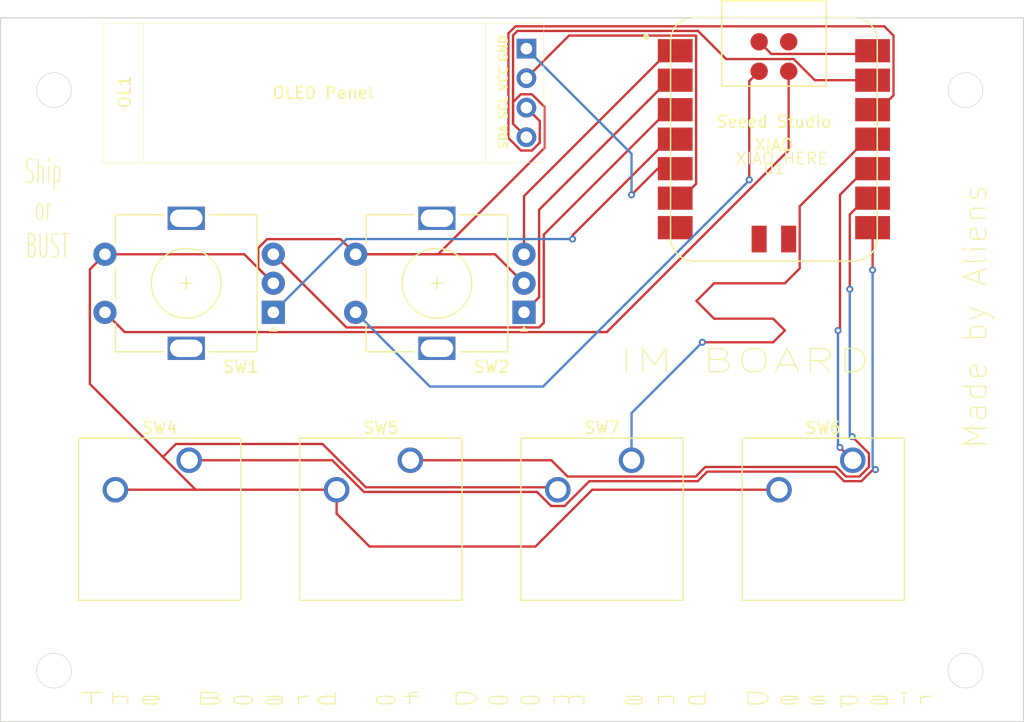
<source format=kicad_pcb>
(kicad_pcb (version 20241229) (generator "pcbnew") (generator_version "9.0")
  (layers (0 "F.Cu" signal) (2 "B.Cu" signal) (13 "F.Paste" user) (15 "B.Paste" user) (5 "F.SilkS" user "F.Silkscreen") (7 "B.SilkS" user "B.Silkscreen") (1 "F.Mask" user) (3 "B.Mask" user) (25 "Edge.Cuts" user))
  (net 0 "")
  (net 1 "IO_INT")
  (net 2 "Net-(U1-PA7_A8_D8_SCK)")
  (net 3 "Net-(U1-PA10_A2_D2)")
  (net 4 "GND")
  (net 5 "Net-(U1-PA11_A3_D3)")
  (net 6 "Net-(U1-PA5_A9_D9_MISO)")
  (net 7 "Net-(OL1-SCL)")
  (net 8 "Net-(OL1-SDA)")
  (net 10 "Net-(OL1-VCC)")
  (net 11 "unconnected-(SW1-PadS2)")
  (net 12 "unconnected-(SW2-PadA)")
  (net 13 "unconnected-(SW2-PadS2)")
  (net 15 "unconnected-(SW2-PadB)")
  (net 16 "unconnected-(SW4-Pad1)")
  (net 18 "unconnected-(SW7-Pad1)")
  (net 19 "+5V")
  (footprint "Button_Switch_Keyboard:SW_Cherry_MX_1.00u_PCB" (layer "F.Cu") (at 224.79 119.38)
    (property "Reference" "SW6" (at -2.54 -2.794 0) (layer "F.SilkS"))
    (property "Value" "SW_Push")
    (fp_line (start -9.525 -1.905) (end 4.445 -1.905) (stroke (width 0.12)) (layer "F.SilkS"))
    (fp_line (start -9.525 12.065) (end -9.525 -1.905) (stroke (width 0.12)) (layer "F.SilkS"))
    (fp_line (start 4.445 -1.905) (end 4.445 12.065) (stroke (width 0.12)) (layer "F.SilkS"))
    (fp_line (start 4.445 12.065) (end -9.525 12.065) (stroke (width 0.12)) (layer "F.SilkS"))
    (pad "" np_thru_hole circle (at -7.62 5.08) (size 1.7 1.7) (drill 1.7) (layers "*.Cu" "*.Mask"))
    (pad "" np_thru_hole circle (at -2.54 5.08) (size 4 4) (drill 4) (layers "*.Cu" "*.Mask"))
    (pad "" np_thru_hole circle (at 2.54 5.08) (size 1.7 1.7) (drill 1.7) (layers "*.Cu" "*.Mask"))
    (pad "1" thru_hole circle (at 0 0) (size 2.2 2.2) (drill 1.5) (layers "*.Cu" "*.Mask") (net 6 "Net-(U1-PA5_A9_D9_MISO)"))
    (pad "2" thru_hole circle (at -6.35 2.54) (size 2.2 2.2) (drill 1.5) (layers "*.Cu" "*.Mask") (net 4 "GND"))
  )
  (footprint "Custom:SSD1306-0.91-OLED-4pin-128x32" (layer "F.Cu") (at 160.185 81.745)
    (property "Reference" "OL1" (at 1.9 5.91 90) (layer "F.SilkS"))
    (property "Value" "OLED")
    (fp_line (start 0 0) (end 0 12) (stroke (width 0.04)) (layer "F.SilkS"))
    (fp_line (start 0 12) (end 38 12) (stroke (width 0.04)) (layer "F.SilkS"))
    (fp_line (start 3.5 0) (end 3.5 12) (stroke (width 0.04)) (layer "F.SilkS"))
    (fp_line (start 33 0) (end 33 12) (stroke (width 0.04)) (layer "F.SilkS"))
    (fp_line (start 38 0) (end 0 0) (stroke (width 0.04)) (layer "F.SilkS"))
    (fp_line (start 38 12) (end 38 0) (stroke (width 0.04)) (layer "F.SilkS"))
    (fp_text user "OLED Panel" (at 19 6 0) (layer "F.SilkS"))
    (fp_text user "VCC" (at 34.5 4.73 270) (layer "F.SilkS") (effects (font (size 0.75 0.75))))
    (fp_text user "SDA" (at 34.5 9.81 270) (layer "F.SilkS") (effects (font (size 0.75 0.75))))
    (fp_text user "GND" (at 34.5 2.19 270) (layer "F.SilkS") (effects (font (size 0.75 0.75))))
    (fp_text user "SCL" (at 34.5 7.27 270) (layer "F.SilkS") (effects (font (size 0.75 0.75))))
    (pad "1" thru_hole rect (at 36.5 2.19) (size 1.7 1.7) (drill 1) (layers "*.Cu" "*.Mask") (net 8 "Net-(OL1-SDA)"))
    (pad "2" thru_hole oval (at 36.5 4.73) (size 1.7 1.7) (drill 1) (layers "*.Cu" "*.Mask") (net 7 "Net-(OL1-SCL)"))
    (pad "3" thru_hole oval (at 36.5 7.27) (size 1.7 1.7) (drill 1) (layers "*.Cu" "*.Mask") (net 10 "Net-(OL1-VCC)"))
    (pad "4" thru_hole oval (at 36.5 9.81) (size 1.7 1.7) (drill 1) (layers "*.Cu" "*.Mask") (net 4 "GND"))
  )
  (footprint "Button_Switch_Keyboard:SW_Cherry_MX_1.00u_PCB" (layer "F.Cu") (at 167.64 119.38)
    (property "Reference" "SW4" (at -2.54 -2.794 0) (layer "F.SilkS"))
    (property "Value" "SW_Push")
    (fp_line (start -9.525 -1.905) (end 4.445 -1.905) (stroke (width 0.12)) (layer "F.SilkS"))
    (fp_line (start -9.525 12.065) (end -9.525 -1.905) (stroke (width 0.12)) (layer "F.SilkS"))
    (fp_line (start 4.445 -1.905) (end 4.445 12.065) (stroke (width 0.12)) (layer "F.SilkS"))
    (fp_line (start 4.445 12.065) (end -9.525 12.065) (stroke (width 0.12)) (layer "F.SilkS"))
    (pad "" np_thru_hole circle (at -7.62 5.08) (size 1.7 1.7) (drill 1.7) (layers "*.Cu" "*.Mask"))
    (pad "" np_thru_hole circle (at -2.54 5.08) (size 4 4) (drill 4) (layers "*.Cu" "*.Mask"))
    (pad "" np_thru_hole circle (at 2.54 5.08) (size 1.7 1.7) (drill 1.7) (layers "*.Cu" "*.Mask"))
    (pad "1" thru_hole circle (at 0 0) (size 2.2 2.2) (drill 1.5) (layers "*.Cu" "*.Mask") (net 16 "unconnected-(SW4-Pad1)"))
    (pad "2" thru_hole circle (at -6.35 2.54) (size 2.2 2.2) (drill 1.5) (layers "*.Cu" "*.Mask") (net 4 "GND"))
  )
  (footprint "Button_Switch_Keyboard:SW_Cherry_MX_1.00u_PCB" (layer "F.Cu") (at 186.69 119.38)
    (property "Reference" "SW5" (at -2.54 -2.794 0) (layer "F.SilkS"))
    (property "Value" "SW_Push")
    (fp_line (start -9.525 -1.905) (end 4.445 -1.905) (stroke (width 0.12)) (layer "F.SilkS"))
    (fp_line (start -9.525 12.065) (end -9.525 -1.905) (stroke (width 0.12)) (layer "F.SilkS"))
    (fp_line (start 4.445 -1.905) (end 4.445 12.065) (stroke (width 0.12)) (layer "F.SilkS"))
    (fp_line (start 4.445 12.065) (end -9.525 12.065) (stroke (width 0.12)) (layer "F.SilkS"))
    (pad "" np_thru_hole circle (at -7.62 5.08) (size 1.7 1.7) (drill 1.7) (layers "*.Cu" "*.Mask"))
    (pad "" np_thru_hole circle (at -2.54 5.08) (size 4 4) (drill 4) (layers "*.Cu" "*.Mask"))
    (pad "" np_thru_hole circle (at 2.54 5.08) (size 1.7 1.7) (drill 1.7) (layers "*.Cu" "*.Mask"))
    (pad "1" thru_hole circle (at 0 0) (size 2.2 2.2) (drill 1.5) (layers "*.Cu" "*.Mask") (net 2 "Net-(U1-PA7_A8_D8_SCK)"))
    (pad "2" thru_hole circle (at -6.35 2.54) (size 2.2 2.2) (drill 1.5) (layers "*.Cu" "*.Mask") (net 4 "GND"))
  )
  (footprint "Rotary_Encoder:RotaryEncoder_Alps_EC11E-Switch_Vertical_H20mm" (layer "F.Cu") (at 196.48 106.64 180)
    (property "Reference" "SW2" (at 2.8 -4.7 0) (layer "F.SilkS"))
    (property "Value" "RotaryEncoder_Switch")
    (fp_line (start 13.6 8.4) (end 9.5 8.4) (stroke (width 0.12)) (layer "F.SilkS"))
    (fp_line (start 13.6 6) (end 13.6 8.4) (stroke (width 0.12)) (layer "F.SilkS"))
    (fp_line (start 13.6 1.2) (end 13.6 3.8) (stroke (width 0.12)) (layer "F.SilkS"))
    (fp_line (start 13.6 -3.4) (end 13.6 -1) (stroke (width 0.12)) (layer "F.SilkS"))
    (fp_line (start 9.5 -3.4) (end 13.6 -3.4) (stroke (width 0.12)) (layer "F.SilkS"))
    (fp_line (start 7.5 2) (end 7.5 3) (stroke (width 0.12)) (layer "F.SilkS"))
    (fp_line (start 7 2.5) (end 8 2.5) (stroke (width 0.12)) (layer "F.SilkS"))
    (fp_line (start 5.5 8.4) (end 1.4 8.4) (stroke (width 0.12)) (layer "F.SilkS"))
    (fp_line (start 5.5 -3.4) (end 1.4 -3.4) (stroke (width 0.12)) (layer "F.SilkS"))
    (fp_line (start 1.4 -3.4) (end 1.4 8.4) (stroke (width 0.12)) (layer "F.SilkS"))
    (fp_line (start 0.3 -1.6) (end 0 -1.3) (stroke (width 0.12)) (layer "F.SilkS"))
    (fp_line (start 0 -1.3) (end -0.3 -1.6) (stroke (width 0.12)) (layer "F.SilkS"))
    (fp_line (start -0.3 -1.6) (end 0.3 -1.6) (stroke (width 0.12)) (layer "F.SilkS"))
    (fp_circle (center 7.5 2.5) (end 10.5 2.5) (stroke (width 0.12)) (fill no) (layer "F.SilkS"))
    (pad "A" thru_hole rect (at 0 0 180) (size 2 2) (drill 1) (layers "*.Cu" "*.Mask") (net 12 "unconnected-(SW2-PadA)"))
    (pad "B" thru_hole circle (at 0 5 180) (size 2 2) (drill 1) (layers "*.Cu" "*.Mask") (net 15 "unconnected-(SW2-PadB)"))
    (pad "C" thru_hole circle (at 0 2.5 180) (size 2 2) (drill 1) (layers "*.Cu" "*.Mask") (net 4 "GND"))
    (pad "MP" thru_hole rect (at 7.5 -3.1 180) (size 3.2 2) (drill oval 2.8 1.5) (layers "*.Cu" "*.Mask"))
    (pad "MP" thru_hole rect (at 7.5 8.1 180) (size 3.2 2) (drill oval 2.8 1.5) (layers "*.Cu" "*.Mask"))
    (pad "S1" thru_hole circle (at 14.5 5 180) (size 2 2) (drill 1) (layers "*.Cu" "*.Mask") (net 4 "GND"))
    (pad "S2" thru_hole circle (at 14.5 0 180) (size 2 2) (drill 1) (layers "*.Cu" "*.Mask") (net 13 "unconnected-(SW2-PadS2)"))
  )
  (footprint "Rotary_Encoder:RotaryEncoder_Alps_EC11E-Switch_Vertical_H20mm" (layer "F.Cu") (at 174.89 106.64 180)
    (property "Reference" "SW1" (at 2.8 -4.7 0) (layer "F.SilkS"))
    (property "Value" "RotaryEncoder_Switch")
    (fp_line (start 13.6 8.4) (end 9.5 8.4) (stroke (width 0.12)) (layer "F.SilkS"))
    (fp_line (start 13.6 6) (end 13.6 8.4) (stroke (width 0.12)) (layer "F.SilkS"))
    (fp_line (start 13.6 1.2) (end 13.6 3.8) (stroke (width 0.12)) (layer "F.SilkS"))
    (fp_line (start 13.6 -3.4) (end 13.6 -1) (stroke (width 0.12)) (layer "F.SilkS"))
    (fp_line (start 9.5 -3.4) (end 13.6 -3.4) (stroke (width 0.12)) (layer "F.SilkS"))
    (fp_line (start 7.5 2) (end 7.5 3) (stroke (width 0.12)) (layer "F.SilkS"))
    (fp_line (start 7 2.5) (end 8 2.5) (stroke (width 0.12)) (layer "F.SilkS"))
    (fp_line (start 5.5 8.4) (end 1.4 8.4) (stroke (width 0.12)) (layer "F.SilkS"))
    (fp_line (start 5.5 -3.4) (end 1.4 -3.4) (stroke (width 0.12)) (layer "F.SilkS"))
    (fp_line (start 1.4 -3.4) (end 1.4 8.4) (stroke (width 0.12)) (layer "F.SilkS"))
    (fp_line (start 0.3 -1.6) (end 0 -1.3) (stroke (width 0.12)) (layer "F.SilkS"))
    (fp_line (start 0 -1.3) (end -0.3 -1.6) (stroke (width 0.12)) (layer "F.SilkS"))
    (fp_line (start -0.3 -1.6) (end 0.3 -1.6) (stroke (width 0.12)) (layer "F.SilkS"))
    (fp_circle (center 7.5 2.5) (end 10.5 2.5) (stroke (width 0.12)) (fill no) (layer "F.SilkS"))
    (pad "A" thru_hole rect (at 0 0 180) (size 2 2) (drill 1) (layers "*.Cu" "*.Mask") (net 5 "Net-(U1-PA11_A3_D3)"))
    (pad "B" thru_hole circle (at 0 5 180) (size 2 2) (drill 1) (layers "*.Cu" "*.Mask") (net 3 "Net-(U1-PA10_A2_D2)"))
    (pad "C" thru_hole circle (at 0 2.5 180) (size 2 2) (drill 1) (layers "*.Cu" "*.Mask") (net 4 "GND"))
    (pad "MP" thru_hole rect (at 7.5 -3.1 180) (size 3.2 2) (drill oval 2.8 1.5) (layers "*.Cu" "*.Mask"))
    (pad "MP" thru_hole rect (at 7.5 8.1 180) (size 3.2 2) (drill oval 2.8 1.5) (layers "*.Cu" "*.Mask"))
    (pad "S1" thru_hole circle (at 14.5 5 180) (size 2 2) (drill 1) (layers "*.Cu" "*.Mask") (net 4 "GND"))
    (pad "S2" thru_hole circle (at 14.5 0 180) (size 2 2) (drill 1) (layers "*.Cu" "*.Mask") (net 11 "unconnected-(SW1-PadS2)"))
  )
  (footprint "Custom:XIAO-SAMD21-RP2040-14P-2.54-21X17.8MM (Seeeduino XIAO)" (layer "F.Cu") (at 218 91.73)
    (property "Reference" "U1" (at 0 2.54 0) (layer "F.SilkS") (effects (font (size 0.889 0.889) (thickness 0.1016))))
    (property "Value" "Seeed Studio XIAO SAMD21" (hide yes))
    (fp_line (start -8.9 -8.5) (end -8.9 8.5) (stroke (width 0.127)) (layer "F.SilkS"))
    (fp_line (start -6.9 10.5) (end 6.9 10.5) (stroke (width 0.127)) (layer "F.SilkS"))
    (fp_line (start -4.5 -11.92403) (end 4.5 -11.92403) (stroke (width 0.127)) (layer "F.SilkS"))
    (fp_line (start -4.5 -4.57073) (end -4.5 -11.92403) (stroke (width 0.127)) (layer "F.SilkS"))
    (fp_line (start 4.5 -11.92403) (end 4.5 -4.57073) (stroke (width 0.127)) (layer "F.SilkS"))
    (fp_line (start 4.5 -4.57073) (end -4.5 -4.57073) (stroke (width 0.127)) (layer "F.SilkS"))
    (fp_line (start 6.9 -10.49909) (end -6.9 -10.49909) (stroke (width 0.127)) (layer "F.SilkS"))
    (fp_line (start 8.9 8.5) (end 8.9 -8.5) (stroke (width 0.127)) (layer "F.SilkS"))
    (fp_arc (start -8.9 -8.5) (mid -8.301491 -9.901491) (end -6.9 -10.5) (stroke (width 0.12)) (layer "F.SilkS"))
    (fp_arc (start -6.9 10.5) (mid -8.301423 9.901423) (end -8.9 8.5) (stroke (width 0.12)) (layer "F.SilkS"))
    (fp_arc (start 6.9 -10.5) (mid 8.301491 -9.901491) (end 8.9 -8.5) (stroke (width 0.12)) (layer "F.SilkS"))
    (fp_arc (start 8.9 8.5) (mid 8.314214 9.914214) (end 6.9 10.5) (stroke (width 0.12)) (layer "F.SilkS"))
    (fp_circle (center -11 -8.8) (end -11 -9.054) (fill yes) (layer "F.SilkS"))
    (fp_poly (pts (xy -8.887715 -8.561705) (xy -8.884667 -8.610473) (xy -8.880603 -8.659494)) (stroke (width 0.0254)) (fill no) (layer "F.SilkS"))
    (fp_poly (pts (xy 8.889492 8.521574) (xy 8.887713 8.57085) (xy 8.884665 8.619618) (xy 8.880601 8.668639) (xy 8.875268 8.717407) (xy 8.868664 8.766175) (xy 8.861044 8.81469) (xy 8.852153 8.86295) (xy 8.842248 8.910955)) (stroke (width 0.0254)) (fill no) (layer "F.SilkS"))
    (fp_text user "XIAO" (at 0 0.5 0) (layer "F.SilkS"))
    (fp_text user "Seeed Studio" (at 0 -1.5 0) (layer "F.SilkS"))
    (pad "1" smd rect (at -8.5 -7.62) (size 3 2) (layers "F.Cu" "F.Mask" "F.Paste") (net 15 "unconnected-(SW2-PadB)"))
    (pad "2" smd rect (at -8.5 -5.08) (size 3 2) (layers "F.Cu" "F.Mask" "F.Paste") (net 12 "unconnected-(SW2-PadA)"))
    (pad "3" smd rect (at -8.5 -2.54) (size 3 2) (layers "F.Cu" "F.Mask" "F.Paste") (net 3 "Net-(U1-PA10_A2_D2)"))
    (pad "4" smd rect (at -8.5 0) (size 3 2) (layers "F.Cu" "F.Mask" "F.Paste") (net 5 "Net-(U1-PA11_A3_D3)"))
    (pad "5" smd rect (at -8.5 2.54) (size 3 2) (layers "F.Cu" "F.Mask" "F.Paste") (net 8 "Net-(OL1-SDA)"))
    (pad "6" smd rect (at -8.5 5.08 180) (size 3 2) (layers "F.Cu" "F.Mask" "F.Paste") (net 7 "Net-(OL1-SCL)"))
    (pad "7" smd rect (at -8.5 7.62) (size 3 2) (layers "F.Cu" "F.Mask" "F.Paste") (net 1 "IO_INT"))
    (pad "8" smd rect (at 8.5 7.62) (size 3 2) (layers "F.Cu" "F.Mask" "F.Paste") (net 16 "unconnected-(SW4-Pad1)"))
    (pad "9" smd rect (at 8.5 5.08) (size 3 2) (layers "F.Cu" "F.Mask" "F.Paste") (net 2 "Net-(U1-PA7_A8_D8_SCK)"))
    (pad "10" smd rect (at 8.5 2.54) (size 3 2) (layers "F.Cu" "F.Mask" "F.Paste") (net 6 "Net-(U1-PA5_A9_D9_MISO)"))
    (pad "11" smd rect (at 8.5 0) (size 3 2) (layers "F.Cu" "F.Mask" "F.Paste") (net 18 "unconnected-(SW7-Pad1)"))
    (pad "12" smd rect (at 8.5 -2.54) (size 3 2) (layers "F.Cu" "F.Mask" "F.Paste") (net 10 "Net-(OL1-VCC)"))
    (pad "13" smd rect (at 8.5 -5.08) (size 3 2) (layers "F.Cu" "F.Mask" "F.Paste") (net 4 "GND"))
    (pad "14" smd rect (at 8.5 -7.62) (size 3 2) (layers "F.Cu" "F.Mask" "F.Paste") (net 19 "+5V"))
    (pad "15" smd circle (at -1.27 -8.39 90) (size 1.5 1.5) (layers "F.Cu" "F.Mask" "F.Paste") (net 19 "+5V"))
    (pad "16" smd circle (at 1.27 -8.39 90) (size 1.5 1.5) (layers "F.Cu" "F.Mask" "F.Paste"))
    (pad "17" smd circle (at -1.27 -5.85 90) (size 1.5 1.5) (layers "F.Cu" "F.Mask" "F.Paste") (net 13 "unconnected-(SW2-PadS2)"))
    (pad "18" smd circle (at 1.27 -5.85 90) (size 1.5 1.5) (layers "F.Cu" "F.Mask" "F.Paste") (net 11 "unconnected-(SW1-PadS2)"))
    (pad "19" smd rect (at -1.27 8.6 90) (size 2.3 1.3) (layers "F.Cu" "F.Mask" "F.Paste"))
    (pad "20" smd rect (at 1.27 8.6 90) (size 2.3 1.3) (layers "F.Cu" "F.Mask" "F.Paste"))
  )
  (footprint "Button_Switch_Keyboard:SW_Cherry_MX_1.00u_PCB" (layer "F.Cu") (at 205.74 119.38)
    (property "Reference" "SW7" (at -2.54 -2.794 0) (layer "F.SilkS"))
    (property "Value" "SW_Push")
    (fp_line (start -9.525 -1.905) (end 4.445 -1.905) (stroke (width 0.12)) (layer "F.SilkS"))
    (fp_line (start -9.525 12.065) (end -9.525 -1.905) (stroke (width 0.12)) (layer "F.SilkS"))
    (fp_line (start 4.445 -1.905) (end 4.445 12.065) (stroke (width 0.12)) (layer "F.SilkS"))
    (fp_line (start 4.445 12.065) (end -9.525 12.065) (stroke (width 0.12)) (layer "F.SilkS"))
    (pad "" np_thru_hole circle (at -7.62 5.08) (size 1.7 1.7) (drill 1.7) (layers "*.Cu" "*.Mask"))
    (pad "" np_thru_hole circle (at -2.54 5.08) (size 4 4) (drill 4) (layers "*.Cu" "*.Mask"))
    (pad "" np_thru_hole circle (at 2.54 5.08) (size 1.7 1.7) (drill 1.7) (layers "*.Cu" "*.Mask"))
    (pad "1" thru_hole circle (at 0 0) (size 2.2 2.2) (drill 1.5) (layers "*.Cu" "*.Mask") (net 18 "unconnected-(SW7-Pad1)"))
    (pad "2" thru_hole circle (at -6.35 2.54) (size 2.2 2.2) (drill 1.5) (layers "*.Cu" "*.Mask") (net 4 "GND"))
  )
  (gr_rect (start 151.4 81.28) (end 239.5 141.89) (stroke (width 0.1)) (fill no) (layer "Edge.Cuts"))
  (gr_circle (center 156 137.5) (end 157.5 137.5) (stroke (width 0.05)) (fill no) (layer "Edge.Cuts"))
  (gr_circle (center 234.5 137.5) (end 236 137.5) (stroke (width 0.05)) (fill no) (layer "Edge.Cuts"))
  (gr_circle (center 234.5 87.5) (end 236 87.5) (stroke (width 0.05)) (fill no) (layer "Edge.Cuts"))
  (gr_circle (center 156 87.5) (end 157.5 87.5) (stroke (width 0.05)) (fill no) (layer "Edge.Cuts"))
  (gr_text "Made by Aliens" (at 236.5 118.5 90) (layer "F.SilkS") (effects (font (size 2 2) (thickness 0.1)) (justify left bottom)))
  (gr_text "XIAO HERE" (at 214.63 93.98 0) (layer "F.SilkS") (effects (font (size 1 1) (thickness 0.1)) (justify left bottom)))
  (gr_text "IM BOARD" (at 204.5 112 0) (layer "F.SilkS") (effects (font (size 2 3) (thickness 0.1)) (justify left bottom)))
  (gr_text "The Board of Doom and Despair" (at 158 140.5 0) (layer "F.SilkS") (effects (font (size 1 3) (thickness 0.1)) (justify left bottom)))
  (gr_text "Ship \nor \nBUST" (at 155.448 102.108 0) (layer "F.SilkS") (effects (font (size 2 1) (thickness 0.1)) (justify bottom)))
  (segment (start 200.232314 120.781) (end 198.831314 119.38) (width 0.2) (layer "F.Cu") (net 2))
  (segment (start 224.536 98.212) (end 224.536 104.648) (width 0.2) (layer "F.Cu") (net 2))
  (segment (start 224.699 117.307686) (end 226.191 118.799686) (width 0.2) (layer "F.Cu") (net 2))
  (segment (start 224.699 98.049) (end 224.536 98.212) (width 0.2) (layer "F.Cu") (net 2))
  (segment (start 224.209686 120.781) (end 223.389 119.960314) (width 0.2) (layer "F.Cu") (net 2))
  (segment (start 225.938 96.81) (end 224.699 98.049) (width 0.2) (layer "F.Cu") (net 2))
  (segment (start 226.191 119.960314) (end 225.370314 120.781) (width 0.2) (layer "F.Cu") (net 2))
  (segment (start 226.191 118.799686) (end 226.191 119.960314) (width 0.2) (layer "F.Cu") (net 2))
  (segment (start 198.831314 119.38) (end 186.69 119.38) (width 0.2) (layer "F.Cu") (net 2))
  (segment (start 225.370314 120.781) (end 224.209686 120.781) (width 0.2) (layer "F.Cu") (net 2))
  (segment (start 223.389 119.960314) (end 212.09 119.960314) (width 0.2) (layer "F.Cu") (net 2))
  (segment (start 212.09 119.960314) (end 211.269314 120.781) (width 0.2) (layer "F.Cu") (net 2))
  (segment (start 211.269314 120.781) (end 200.232314 120.781) (width 0.2) (layer "F.Cu") (net 2))
  (segment (start 226.5 96.81) (end 225.938 96.81) (width 0.2) (layer "F.Cu") (net 2))
  (via (at 224.739314 117.348) (size 0.6) (drill 0.3) (layers "F.Cu" "B.Cu") (net 2))
  (via (at 224.536 104.648) (size 0.6) (drill 0.3) (layers "F.Cu" "B.Cu") (net 2))
  (segment (start 224.536 104.648) (end 224.536 117.144686) (width 0.2) (layer "B.Cu") (net 2))
  (segment (start 224.536 117.144686) (end 224.699 117.307686) (width 0.2) (layer "B.Cu") (net 2))
  (segment (start 197.781 107.941) (end 181.191 107.941) (width 0.2) (layer "F.Cu") (net 3))
  (segment (start 208.938 89.19) (end 198.182 99.946) (width 0.2) (layer "F.Cu") (net 3))
  (segment (start 198.182 99.946) (end 198.182 107.54) (width 0.2) (layer "F.Cu") (net 3))
  (segment (start 181.191 107.941) (end 174.89 101.64) (width 0.2) (layer "F.Cu") (net 3))
  (segment (start 209.5 89.19) (end 208.938 89.19) (width 0.2) (layer "F.Cu") (net 3))
  (segment (start 198.182 107.54) (end 197.781 107.941) (width 0.2) (layer "F.Cu") (net 3))
  (segment (start 189.082 101.64) (end 181.98 101.64) (width 0.2) (layer "F.Cu") (net 4))
  (segment (start 168.198686 121.92) (end 165.379343 119.100657) (width 0.2) (layer "F.Cu") (net 4))
  (segment (start 198.237 92.485) (end 189.082 101.64) (width 0.2) (layer "F.Cu") (net 4))
  (segment (start 196.48 104.14) (end 193.98 101.64) (width 0.2) (layer "F.Cu") (net 4))
  (segment (start 183.176184 126.811) (end 180.34 123.974816) (width 0.2) (layer "F.Cu") (net 4))
  (segment (start 174.89 104.14) (end 173.589 102.839) (width 0.2) (layer "F.Cu") (net 4))
  (segment (start 197.16176 87.864) (end 198.237 88.93924) (width 0.2) (layer "F.Cu") (net 4))
  (segment (start 197.46747 126.811) (end 183.176184 126.811) (width 0.2) (layer "F.Cu") (net 4))
  (segment (start 182.8571 121.708) (end 179.1281 117.979) (width 0.2) (layer "F.Cu") (net 4))
  (segment (start 198.237 88.93924) (end 198.237 92.485) (width 0.2) (layer "F.Cu") (net 4))
  (segment (start 173.589 102.839) (end 173.589 101.101108) (width 0.2) (layer "F.Cu") (net 4))
  (segment (start 195.534 88.53824) (end 196.20824 87.864) (width 0.2) (layer "F.Cu") (net 4))
  (segment (start 180.679 100.339) (end 181.98 101.64) (width 0.2) (layer "F.Cu") (net 4))
  (segment (start 202.35847 121.92) (end 197.46747 126.811) (width 0.2) (layer "F.Cu") (net 4))
  (segment (start 196.685 91.555) (end 195.534 90.404) (width 0.2) (layer "F.Cu") (net 4))
  (segment (start 195.534 82.784) (end 195.534 90.404) (width 0.2) (layer "F.Cu") (net 4))
  (segment (start 193.98 101.64) (end 181.98 101.64) (width 0.2) (layer "F.Cu") (net 4))
  (segment (start 173.589 101.101108) (end 174.351108 100.339) (width 0.2) (layer "F.Cu") (net 4))
  (segment (start 199.178 121.708) (end 182.8571 121.708) (width 0.2) (layer "F.Cu") (net 4))
  (segment (start 213.8881 84.829) (end 211.4671 82.408) (width 0.2) (layer "F.Cu") (net 4))
  (segment (start 159.089 112.810314) (end 159.089 102.941) (width 0.2) (layer "F.Cu") (net 4))
  (segment (start 199.39 121.92) (end 199.178 121.708) (width 0.2) (layer "F.Cu") (net 4))
  (segment (start 218.44 121.92) (end 202.35847 121.92) (width 0.2) (layer "F.Cu") (net 4))
  (segment (start 219.705339 84.829) (end 213.8881 84.829) (width 0.2) (layer "F.Cu") (net 4))
  (segment (start 226.5 86.65) (end 221.526339 86.65) (width 0.2) (layer "F.Cu") (net 4))
  (segment (start 180.34 123.974816) (end 180.34 121.92) (width 0.2) (layer "F.Cu") (net 4))
  (segment (start 174.351108 100.339) (end 180.679 100.339) (width 0.2) (layer "F.Cu") (net 4))
  (segment (start 165.379343 119.100657) (end 159.089 112.810314) (width 0.2) (layer "F.Cu") (net 4))
  (segment (start 211.4671 82.408) (end 195.91 82.408) (width 0.2) (layer "F.Cu") (net 4))
  (segment (start 180.34 121.92) (end 168.198686 121.92) (width 0.2) (layer "F.Cu") (net 4))
  (segment (start 166.501 117.979) (end 165.379343 119.100657) (width 0.2) (layer "F.Cu") (net 4))
  (segment (start 221.526339 86.65) (end 219.705339 84.829) (width 0.2) (layer "F.Cu") (net 4))
  (segment (start 172.39 101.64) (end 160.39 101.64) (width 0.2) (layer "F.Cu") (net 4))
  (segment (start 159.089 102.941) (end 160.39 101.64) (width 0.2) (layer "F.Cu") (net 4))
  (segment (start 195.91 82.408) (end 195.534 82.784) (width 0.2) (layer "F.Cu") (net 4))
  (segment (start 174.89 104.14) (end 172.39 101.64) (width 0.2) (layer "F.Cu") (net 4))
  (segment (start 161.29 121.92) (end 168.198686 121.92) (width 0.2) (layer "F.Cu") (net 4))
  (segment (start 179.1281 117.979) (end 166.501 117.979) (width 0.2) (layer "F.Cu") (net 4))
  (segment (start 196.20824 87.864) (end 197.16176 87.864) (width 0.2) (layer "F.Cu") (net 4))
  (segment (start 195.534 90.404) (end 195.534 88.53824) (width 0.2) (layer "F.Cu") (net 4))
  (segment (start 200.66 100.008) (end 208.938 91.73) (width 0.2) (layer "F.Cu") (net 5))
  (segment (start 208.938 91.73) (end 209.5 91.73) (width 0.2) (layer "F.Cu") (net 5))
  (segment (start 200.66 100.33) (end 200.66 100.008) (width 0.2) (layer "F.Cu") (net 5))
  (via (at 200.66 100.33) (size 0.6) (drill 0.3) (layers "F.Cu" "B.Cu") (net 5))
  (segment (start 174.89 106.64) (end 181.2 100.33) (width 0.2) (layer "B.Cu") (net 5))
  (segment (start 181.2 100.33) (end 200.66 100.33) (width 0.2) (layer "B.Cu") (net 5))
  (segment (start 226.5 94.27) (end 225.938 94.27) (width 0.2) (layer "F.Cu") (net 6))
  (segment (start 223.690001 108.033999) (end 223.52 108.204) (width 0.2) (layer "F.Cu") (net 6))
  (segment (start 225.938 94.27) (end 223.690001 96.517999) (width 0.2) (layer "F.Cu") (net 6))
  (segment (start 223.690001 96.517999) (end 223.690001 108.033999) (width 0.2) (layer "F.Cu") (net 6))
  (segment (start 223.690001 118.280001) (end 224.79 119.38) (width 0.2) (layer "F.Cu") (net 6))
  (via (at 223.690001 118.280001) (size 0.6) (drill 0.3) (layers "F.Cu" "B.Cu") (net 6))
  (via (at 223.52 108.204) (size 0.6) (drill 0.3) (layers "F.Cu" "B.Cu") (net 6))
  (segment (start 223.52 108.204) (end 223.52 118.11) (width 0.2) (layer "B.Cu") (net 6))
  (segment (start 223.52 118.11) (end 223.690001 118.280001) (width 0.2) (layer "B.Cu") (net 6))
  (segment (start 211.301 82.809) (end 200.351 82.809) (width 0.2) (layer "F.Cu") (net 7))
  (segment (start 200.351 82.809) (end 196.685 86.475) (width 0.2) (layer "F.Cu") (net 7))
  (segment (start 210.062 96.81) (end 211.301 95.571) (width 0.2) (layer "F.Cu") (net 7))
  (segment (start 209.5 96.81) (end 210.062 96.81) (width 0.2) (layer "F.Cu") (net 7))
  (segment (start 211.301 95.571) (end 211.301 82.809) (width 0.2) (layer "F.Cu") (net 7))
  (segment (start 207.99 94.27) (end 209.5 94.27) (width 0.2) (layer "F.Cu") (net 8))
  (segment (start 205.74 96.52) (end 207.99 94.27) (width 0.2) (layer "F.Cu") (net 8))
  (segment (start 209.5 94.27) (end 209.5 95.2) (width 0.2) (layer "F.Cu") (net 8))
  (via (at 205.74 96.52) (size 0.6) (drill 0.3) (layers "F.Cu" "B.Cu") (net 8))
  (segment (start 205.74 92.99) (end 205.74 96.52) (width 0.2) (layer "B.Cu") (net 8))
  (segment (start 196.685 83.935) (end 205.74 92.99) (width 0.2) (layer "B.Cu") (net 8))
  (segment (start 227.062 89.19) (end 228.301 87.951) (width 0.2) (layer "F.Cu") (net 10))
  (segment (start 226.5 89.19) (end 227.062 89.19) (width 0.2) (layer "F.Cu") (net 10))
  (segment (start 195.133 91.63076) (end 196.20824 92.706) (width 0.2) (layer "F.Cu") (net 10))
  (segment (start 197.16176 92.706) (end 197.836 92.03176) (width 0.2) (layer "F.Cu") (net 10))
  (segment (start 196.20824 92.706) (end 197.16176 92.706) (width 0.2) (layer "F.Cu") (net 10))
  (segment (start 228.301 82.809) (end 227.499 82.007) (width 0.2) (layer "F.Cu") (net 10))
  (segment (start 228.301 87.951) (end 228.301 82.809) (width 0.2) (layer "F.Cu") (net 10))
  (segment (start 227.499 82.007) (end 195.7439 82.007) (width 0.2) (layer "F.Cu") (net 10))
  (segment (start 197.836 92.03176) (end 197.836 90.166) (width 0.2) (layer "F.Cu") (net 10))
  (segment (start 195.7439 82.007) (end 195.133 82.6179) (width 0.2) (layer "F.Cu") (net 10))
  (segment (start 195.133 82.6179) (end 195.133 91.63076) (width 0.2) (layer "F.Cu") (net 10))
  (segment (start 197.836 90.166) (end 196.685 89.015) (width 0.2) (layer "F.Cu") (net 10))
  (segment (start 219.27 92.682) (end 203.61 108.342) (width 0.2) (layer "F.Cu") (net 11))
  (segment (start 219.27 85.88) (end 219.27 92.682) (width 0.2) (layer "F.Cu") (net 11))
  (segment (start 162.092 108.342) (end 160.39 106.64) (width 0.2) (layer "F.Cu") (net 11))
  (segment (start 203.61 108.342) (end 162.092 108.342) (width 0.2) (layer "F.Cu") (net 11))
  (segment (start 209.5 86.65) (end 208.938 86.65) (width 0.2) (layer "F.Cu") (net 12))
  (segment (start 208.938 86.65) (end 197.781 97.807) (width 0.2) (layer "F.Cu") (net 12))
  (segment (start 197.781 97.807) (end 197.781 105.339) (width 0.2) (layer "F.Cu") (net 12))
  (segment (start 197.781 105.339) (end 196.48 106.64) (width 0.2) (layer "F.Cu") (net 12))
  (segment (start 215.876735 95.226735) (end 215.876735 86.733265) (width 0.2) (layer "F.Cu") (net 13))
  (segment (start 215.876735 86.733265) (end 216.73 85.88) (width 0.2) (layer "F.Cu") (net 13))
  (via (at 215.876735 95.226735) (size 0.6) (drill 0.3) (layers "F.Cu" "B.Cu") (net 13))
  (segment (start 188.37 113.03) (end 198.12 113.03) (width 0.2) (layer "B.Cu") (net 13))
  (segment (start 215.876735 95.273265) (end 215.876735 95.226735) (width 0.2) (layer "B.Cu") (net 13))
  (segment (start 198.12 113.03) (end 215.876735 95.273265) (width 0.2) (layer "B.Cu") (net 13))
  (segment (start 181.98 106.64) (end 188.37 113.03) (width 0.2) (layer "B.Cu") (net 13))
  (segment (start 209.5 84.11) (end 209 84.11) (width 0.2) (layer "F.Cu") (net 15))
  (segment (start 209 84.11) (end 196.48 96.63) (width 0.2) (layer "F.Cu") (net 15))
  (segment (start 196.48 96.63) (end 196.48 101.64) (width 0.2) (layer "F.Cu") (net 15))
  (segment (start 225.536414 121.182) (end 226.592 120.126414) (width 0.2) (layer "F.Cu") (net 16))
  (segment (start 182.691 122.109) (end 197.597686 122.109) (width 0.2) (layer "F.Cu") (net 16))
  (segment (start 212.2561 120.361314) (end 223.2229 120.361314) (width 0.2) (layer "F.Cu") (net 16))
  (segment (start 198.809686 123.321) (end 199.970314 123.321) (width 0.2) (layer "F.Cu") (net 16))
  (segment (start 224.043586 121.182) (end 225.536414 121.182) (width 0.2) (layer "F.Cu") (net 16))
  (segment (start 226.5 99.35) (end 226.5 103) (width 0.2) (layer "F.Cu") (net 16))
  (segment (start 197.597686 122.109) (end 198.809686 123.321) (width 0.2) (layer "F.Cu") (net 16))
  (segment (start 211.435414 121.182) (end 212.2561 120.361314) (width 0.2) (layer "F.Cu") (net 16))
  (segment (start 167.64 119.38) (end 179.962 119.38) (width 0.2) (layer "F.Cu") (net 16))
  (segment (start 199.970314 123.321) (end 202.109314 121.182) (width 0.2) (layer "F.Cu") (net 16))
  (segment (start 226.592 99.442) (end 226.5 99.35) (width 0.2) (layer "F.Cu") (net 16))
  (segment (start 179.962 119.38) (end 182.691 122.109) (width 0.2) (layer "F.Cu") (net 16))
  (segment (start 223.2229 120.361314) (end 224.043586 121.182) (width 0.2) (layer "F.Cu") (net 16))
  (segment (start 202.109314 121.182) (end 211.435414 121.182) (width 0.2) (layer "F.Cu") (net 16))
  (via (at 226.5 103) (size 0.6) (drill 0.3) (layers "F.Cu" "B.Cu") (net 16))
  (via (at 226.745328 120.189925) (size 0.6) (drill 0.3) (layers "F.Cu" "B.Cu") (net 16))
  (segment (start 226.5 119.944597) (end 226.745328 120.189925) (width 0.2) (layer "B.Cu") (net 16))
  (segment (start 226.5 103) (end 226.5 119.944597) (width 0.2) (layer "B.Cu") (net 16))
  (segment (start 226.5 91.73) (end 226 91.73) (width 0.2) (layer "F.Cu") (net 18))
  (segment (start 211.328 105.664) (end 212.852 107.188) (width 0.2) (layer "F.Cu") (net 18))
  (segment (start 217.932 109.22) (end 211.836 109.22) (width 0.2) (layer "F.Cu") (net 18))
  (segment (start 218.948 104.14) (end 212.852 104.14) (width 0.2) (layer "F.Cu") (net 18))
  (segment (start 217.932 107.188) (end 218.948 108.204) (width 0.2) (layer "F.Cu") (net 18))
  (segment (start 220.221 97.509) (end 220.221 102.867) (width 0.2) (layer "F.Cu") (net 18))
  (segment (start 220.221 102.867) (end 218.948 104.14) (width 0.2) (layer "F.Cu") (net 18))
  (segment (start 212.852 107.188) (end 217.932 107.188) (width 0.2) (layer "F.Cu") (net 18))
  (segment (start 218.948 108.204) (end 217.932 109.22) (width 0.2) (layer "F.Cu") (net 18))
  (segment (start 212.852 104.14) (end 211.328 105.664) (width 0.2) (layer "F.Cu") (net 18))
  (segment (start 226 91.73) (end 220.221 97.509) (width 0.2) (layer "F.Cu") (net 18))
  (via (at 211.836 109.22) (size 0.6) (drill 0.3) (layers "F.Cu" "B.Cu") (net 18))
  (segment (start 211.836 109.22) (end 205.74 115.316) (width 0.2) (layer "B.Cu") (net 18))
  (segment (start 205.74 115.316) (end 205.74 119.38) (width 0.2) (layer "B.Cu") (net 18))
  (segment (start 226.5 84.11) (end 226.219 84.391) (width 0.2) (layer "F.Cu") (net 19))
  (segment (start 217.781 84.391) (end 216.73 83.34) (width 0.2) (layer "F.Cu") (net 19))
  (segment (start 226.219 84.391) (end 217.781 84.391) (width 0.2) (layer "F.Cu") (net 19))
)
</source>
